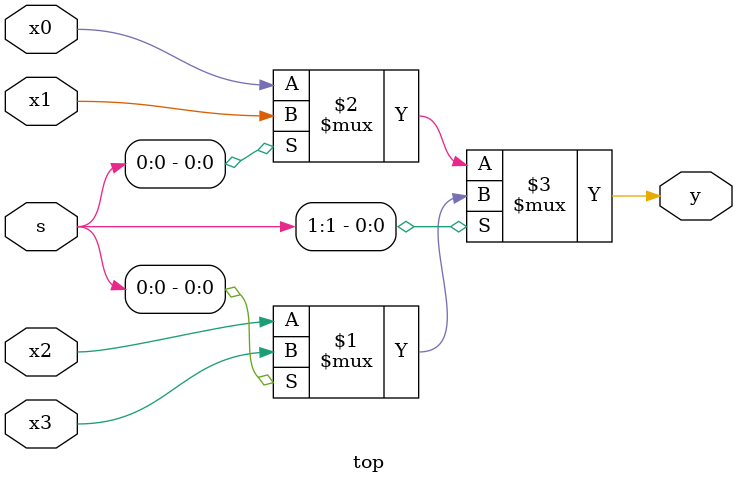
<source format=v>
module top (
    input x0,
    input x1,
    input x2,
    input x3,
    input [1:0] s,
    output y
);

    assign y = s[1]?(s[0]?x3:x2):(s[0]?x1:x0);

endmodule

</source>
